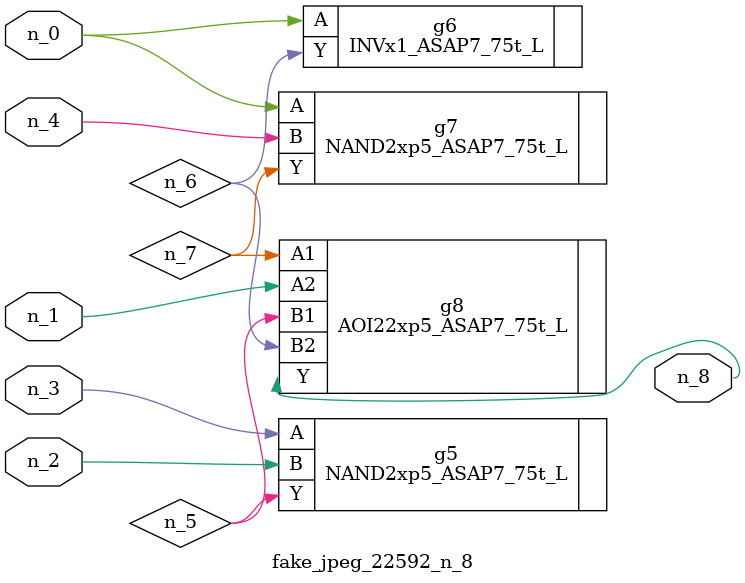
<source format=v>
module fake_jpeg_22592_n_8 (n_3, n_2, n_1, n_0, n_4, n_8);

input n_3;
input n_2;
input n_1;
input n_0;
input n_4;

output n_8;

wire n_6;
wire n_5;
wire n_7;

NAND2xp5_ASAP7_75t_L g5 ( 
.A(n_3),
.B(n_2),
.Y(n_5)
);

INVx1_ASAP7_75t_L g6 ( 
.A(n_0),
.Y(n_6)
);

NAND2xp5_ASAP7_75t_L g7 ( 
.A(n_0),
.B(n_4),
.Y(n_7)
);

AOI22xp5_ASAP7_75t_L g8 ( 
.A1(n_7),
.A2(n_1),
.B1(n_5),
.B2(n_6),
.Y(n_8)
);


endmodule
</source>
